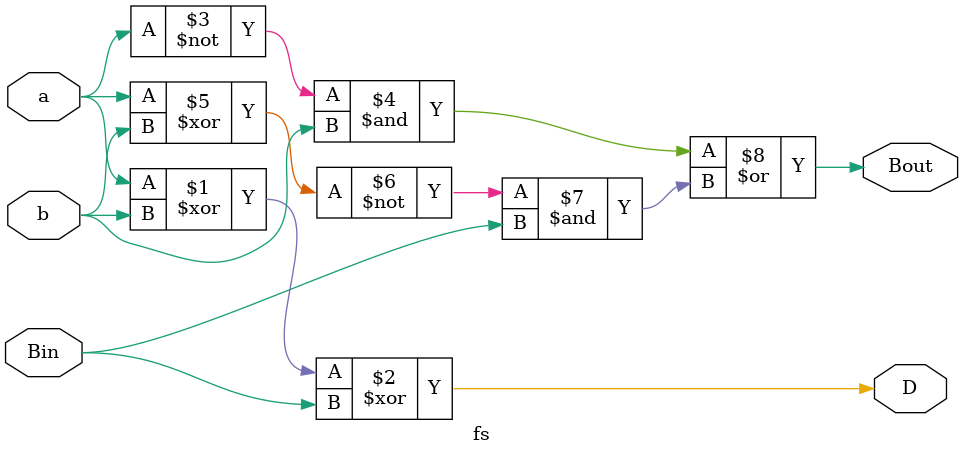
<source format=v>
module fs(input a, b, Bin, output reg D, Bout);
  assign D = a ^ b ^ Bin;
  assign Bout = (~a & b) | (~(a ^ b) & Bin);
endmodule

</source>
